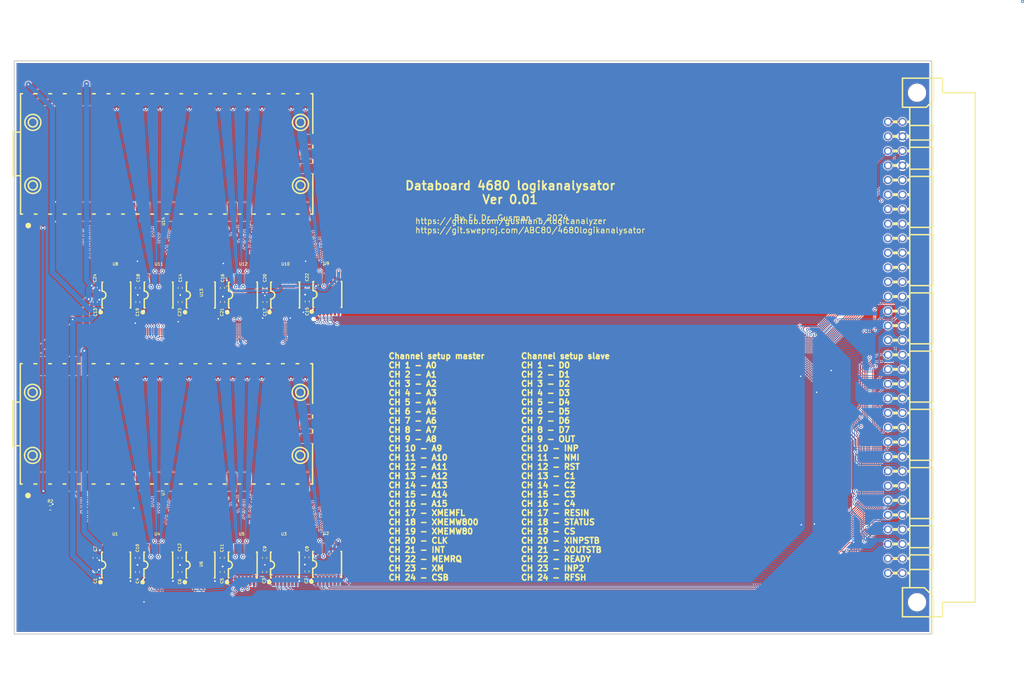
<source format=kicad_pcb>
(kicad_pcb
	(version 20241229)
	(generator "pcbnew")
	(generator_version "9.0")
	(general
		(thickness 1.509)
		(legacy_teardrops no)
	)
	(paper "A")
	(title_block
		(title "4680 LOGIC ANALYZER")
		(date "2025-08-14")
	)
	(layers
		(0 "F.Cu" signal)
		(4 "In1.Cu" signal)
		(6 "In2.Cu" signal)
		(2 "B.Cu" signal)
		(9 "F.Adhes" user "F.Adhesive")
		(11 "B.Adhes" user "B.Adhesive")
		(13 "F.Paste" user)
		(15 "B.Paste" user)
		(5 "F.SilkS" user "F.Silkscreen")
		(7 "B.SilkS" user "B.Silkscreen")
		(1 "F.Mask" user)
		(3 "B.Mask" user)
		(17 "Dwgs.User" user "User.Drawings")
		(19 "Cmts.User" user "User.Comments")
		(21 "Eco1.User" user "User.Eco1")
		(23 "Eco2.User" user "User.Eco2")
		(25 "Edge.Cuts" user)
		(27 "Margin" user)
		(31 "F.CrtYd" user "F.Courtyard")
		(29 "B.CrtYd" user "B.Courtyard")
		(35 "F.Fab" user)
		(33 "B.Fab" user)
		(39 "User.1" user "Board Edge")
	)
	(setup
		(stackup
			(layer "F.SilkS"
				(type "Top Silk Screen")
			)
			(layer "F.Paste"
				(type "Top Solder Paste")
			)
			(layer "F.Mask"
				(type "Top Solder Mask")
				(thickness 0.01)
			)
			(layer "F.Cu"
				(type "copper")
				(thickness 0.035)
			)
			(layer "dielectric 1"
				(type "core")
				(thickness 0.019)
				(material "unknown")
				(epsilon_r 3.9)
				(loss_tangent 0.02)
			)
			(layer "In1.Cu"
				(type "copper")
				(thickness 0.0175)
			)
			(layer "dielectric 2"
				(type "core")
				(thickness 0.1)
				(material "unknown")
				(epsilon_r 4.05)
				(loss_tangent 0.02)
			)
			(layer "In2.Cu"
				(type "copper")
				(thickness 0.0175)
			)
			(layer "dielectric 3"
				(type "core")
				(thickness 1.265)
				(material "unknown")
				(epsilon_r 4.26)
				(loss_tangent 0.02)
			)
			(layer "B.Cu"
				(type "copper")
				(thickness 0.035)
			)
			(layer "B.Mask"
				(type "Bottom Solder Mask")
				(thickness 0.01)
			)
			(layer "B.Paste"
				(type "Bottom Solder Paste")
			)
			(layer "B.SilkS"
				(type "Bottom Silk Screen")
			)
			(copper_finish "None")
			(dielectric_constraints no)
		)
		(pad_to_mask_clearance 0)
		(allow_soldermask_bridges_in_footprints no)
		(tenting front back)
		(pcbplotparams
			(layerselection 0x00000000_00000000_55555555_5555f5af)
			(plot_on_all_layers_selection 0x00000000_00000000_00000000_00000000)
			(disableapertmacros no)
			(usegerberextensions yes)
			(usegerberattributes no)
			(usegerberadvancedattributes no)
			(creategerberjobfile no)
			(dashed_line_dash_ratio 12.000000)
			(dashed_line_gap_ratio 3.000000)
			(svgprecision 6)
			(plotframeref no)
			(mode 1)
			(useauxorigin no)
			(hpglpennumber 1)
			(hpglpenspeed 20)
			(hpglpendiameter 15.000000)
			(pdf_front_fp_property_popups yes)
			(pdf_back_fp_property_popups yes)
			(pdf_metadata yes)
			(pdf_single_document no)
			(dxfpolygonmode yes)
			(dxfimperialunits yes)
			(dxfusepcbnewfont yes)
			(psnegative no)
			(psa4output no)
			(plot_black_and_white yes)
			(sketchpadsonfab no)
			(plotpadnumbers no)
			(hidednponfab no)
			(sketchdnponfab yes)
			(crossoutdnponfab yes)
			(subtractmaskfromsilk yes)
			(outputformat 1)
			(mirror no)
			(drillshape 0)
			(scaleselection 1)
			(outputdirectory "output/")
		)
	)
	(net 0 "")
	(net 1 "/~{MEMRQ}")
	(net 2 "/EXT_CHAIN")
	(net 3 "/~{INP2}")
	(net 4 "/~{RFSH}")
	(net 5 "/~{CSB}")
	(net 6 "/DOUT3")
	(net 7 "unconnected-(U1-NC1-Pad9)")
	(net 8 "/DOUT2")
	(net 9 "/DOUT1")
	(net 10 "unconnected-(U1-NC0-Pad6)")
	(net 11 "/DOUT4")
	(net 12 "unconnected-(U2-NC1-Pad9)")
	(net 13 "/DOUT16")
	(net 14 "unconnected-(U2-NC0-Pad6)")
	(net 15 "/DOUT15")
	(net 16 "/DOUT13")
	(net 17 "/DOUT14")
	(net 18 "/DOUT11")
	(net 19 "/DOUT10")
	(net 20 "/DOUT12")
	(net 21 "unconnected-(U3-NC0-Pad6)")
	(net 22 "unconnected-(U3-NC1-Pad9)")
	(net 23 "/DOUT9")
	(net 24 "/DOUT24")
	(net 25 "/DOUT21")
	(net 26 "unconnected-(U4-NC0-Pad6)")
	(net 27 "unconnected-(U4-NC1-Pad9)")
	(net 28 "/DOUT22")
	(net 29 "/DOUT23")
	(net 30 "/DOUT18")
	(net 31 "/DOUT17")
	(net 32 "unconnected-(U5-NC1-Pad9)")
	(net 33 "unconnected-(U5-NC0-Pad6)")
	(net 34 "/DOUT19")
	(net 35 "/DOUT20")
	(net 36 "/DOUT8")
	(net 37 "/DOUT5")
	(net 38 "unconnected-(U6-NC0-Pad6)")
	(net 39 "/DOUT7")
	(net 40 "unconnected-(U6-NC1-Pad9)")
	(net 41 "/DOUT6")
	(net 42 "unconnected-(U7-SWCLK-Pad41)")
	(net 43 "unconnected-(U7-VSYS-Pad39)")
	(net 44 "unconnected-(U7-GND5-Pad28)")
	(net 45 "unconnected-(U7-ADC_VREF-Pad35)")
	(net 46 "unconnected-(U7-RUN-Pad30)")
	(net 47 "unconnected-(U7-P_3V3_EN-Pad37)")
	(net 48 "unconnected-(U7-SWDIO-Pad43)")
	(net 49 "unconnected-(U7-GND8-Pad42)")
	(net 50 "unconnected-(U8-NC1-Pad9)")
	(net 51 "unconnected-(U8-NC0-Pad6)")
	(net 52 "unconnected-(U9-NC1-Pad9)")
	(net 53 "unconnected-(U9-NC0-Pad6)")
	(net 54 "unconnected-(U10-NC0-Pad6)")
	(net 55 "unconnected-(U10-NC1-Pad9)")
	(net 56 "unconnected-(U11-NC0-Pad6)")
	(net 57 "unconnected-(U11-NC1-Pad9)")
	(net 58 "unconnected-(U12-NC0-Pad6)")
	(net 59 "unconnected-(U12-NC1-Pad9)")
	(net 60 "unconnected-(U13-NC0-Pad6)")
	(net 61 "unconnected-(U13-NC1-Pad9)")
	(net 62 "unconnected-(U14-SWDIO-Pad43)")
	(net 63 "unconnected-(U14-VSYS-Pad39)")
	(net 64 "unconnected-(U14-GND8-Pad42)")
	(net 65 "unconnected-(U14-RUN-Pad30)")
	(net 66 "unconnected-(U14-SWCLK-Pad41)")
	(net 67 "unconnected-(U14-P_3V3_EN-Pad37)")
	(net 68 "unconnected-(U14-ADC_VREF-Pad35)")
	(net 69 "unconnected-(U14-GND5-Pad28)")
	(net 70 "GND")
	(net 71 "ABC_CLK_5")
	(net 72 "/A5")
	(net 73 "unconnected-(X1-GND-PadB6)")
	(net 74 "/~{XMEMFL}")
	(net 75 "/~{NMI}")
	(net 76 "/~{C4}")
	(net 77 "/~{RST}")
	(net 78 "unconnected-(X1-GND-PadB12)")
	(net 79 "/ABC_-12V")
	(net 80 "/~{STATUS}")
	(net 81 "/~{CS}")
	(net 82 "/~{RESIN}")
	(net 83 "/~{C3}")
	(net 84 "unconnected-(X1-GND-PadB7)")
	(net 85 "/A11")
	(net 86 "unconnected-(X1-GND-PadB9)")
	(net 87 "/A1")
	(net 88 "/~{XM}")
	(net 89 "/~{OUT}")
	(net 90 "/~{INP}")
	(net 91 "/A7")
	(net 92 "/A9")
	(net 93 "/~{XOUTSTB}")
	(net 94 "/A0")
	(net 95 "/A6")
	(net 96 "/A2")
	(net 97 "/A10")
	(net 98 "unconnected-(X1-GND-PadB10)")
	(net 99 "/D5")
	(net 100 "/D6")
	(net 101 "/~{C2}")
	(net 102 "unconnected-(X1-GND-PadB11)")
	(net 103 "/A15")
	(net 104 "/A12")
	(net 105 "/D4")
	(net 106 "/~{INT}")
	(net 107 "/D3")
	(net 108 "/ABC_12V")
	(net 109 "unconnected-(X1-GND-PadB8)")
	(net 110 "/READY")
	(net 111 "/A14")
	(net 112 "/D0")
	(net 113 "/~{XINPSTB}")
	(net 114 "/A8")
	(net 115 "/D7")
	(net 116 "/A4")
	(net 117 "/D2")
	(net 118 "/A3")
	(net 119 "/~{C1}")
	(net 120 "/A13")
	(net 121 "/D1")
	(net 122 "/~{XMEMW800}")
	(net 123 "/~{XMEMW80}")
	(net 124 "unconnected-(X1-0V-PadB2)")
	(net 125 "/2POWER_3v3")
	(net 126 "/2POWER_5v")
	(net 127 "/2DOUT2")
	(net 128 "/2DOUT4")
	(net 129 "/2DOUT3")
	(net 130 "/2DOUT1")
	(net 131 "/2DOUT8")
	(net 132 "/2DOUT7")
	(net 133 "/2DOUT5")
	(net 134 "/2DOUT6")
	(net 135 "/2DOUT24")
	(net 136 "/2DOUT19")
	(net 137 "/2DOUT9")
	(net 138 "/2DOUT20")
	(net 139 "/2DOUT23")
	(net 140 "/2DOUT16")
	(net 141 "/2DOUT14")
	(net 142 "/2DOUT10")
	(net 143 "/2DOUT15")
	(net 144 "/2DOUT17")
	(net 145 "/2DOUT18")
	(net 146 "/2DOUT13")
	(net 147 "/2DOUT11")
	(net 148 "/2DOUT21")
	(net 149 "/2DOUT12")
	(net 150 "/2DOUT22")
	(footprint "jitx-design:TSSOP_14_L5_0_W4_4_P0_65_LS6_4_BL_2" (layer "F.Cu") (at 42.763579 129.95))
	(footprint "Capacitor_SMD:C_0402_1005Metric" (layer "F.Cu") (at 53.936191 84.072292 -90))
	(footprint "Resistor_SMD:R_0402_1005Metric" (layer "F.Cu") (at 31.274756 119.995317))
	(footprint "jitx-design:TSSOP_14_L5_0_W4_4_P0_65_LS6_4_BL_2" (layer "F.Cu") (at 72.261107 82.848264))
	(footprint "Capacitor_SMD:C_0402_1005Metric" (layer "F.Cu") (at 61.325041 84.072292 -90))
	(footprint "Capacitor_SMD:C_0402_1005Metric" (layer "F.Cu") (at 68.666769 128.71066 90))
	(footprint "jitx-design:TSSOP_14_L5_0_W4_4_P0_65_LS6_4_BL_2" (layer "F.Cu") (at 64.851932 129.95))
	(footprint "sm6uax:MAB64B" (layer "F.Cu") (at 182.5021 92))
	(footprint "Capacitor_SMD:C_0402_1005Metric" (layer "F.Cu") (at 46.544422 81.608924 90))
	(footprint "jitx-design:TSSOP_14_L5_0_W4_4_P0_65_LS6_4_BL_2" (layer "F.Cu") (at 50.126363 129.95))
	(footprint "jitx-design:TSSOP_14_L5_0_W4_4_P0_65_LS6_4_BL_2" (layer "F.Cu") (at 57.489148 129.95))
	(footprint "jitx-design:COMM_SMD_L51_0_W21_0_P2_54_SC0916" (layer "F.Cu") (at 50.961371 105.327441))
	(footprint "jitx-design:TSSOP_14_L5_0_W4_4_P0_65_LS6_4_BL_2" (layer "F.Cu") (at 50.172754 82.848264))
	(footprint "Capacitor_SMD:C_0402_1005Metric" (layer "F.Cu") (at 76.056349 131.074028 -90))
	(footprint "jitx-design:TSSOP_14_L5_0_W4_4_P0_65_LS6_4_BL_2"
		(layer "F.Cu")
		(uuid "4d7c287c-a6d4-c12b-f88b-c1bcb3e47fb3")
		(at 72.214716 129.95)
		(property "Reference" "U3"
			(at -0.75 -5.4066 0)
			(layer "F.SilkS")
			(uuid "8d2d462d-079c-4cba-a849-c36e7358b4d8")
			(effects
				(font
					(size 0.5 0.5)
					(thickness 0.1)
				)
				(justify left)
			)
		)
		(property "Value" "TXU0104PWR"
			(at -0.75 -4.4066 0)
			(layer "F.Fab")
			(uuid "75d5e2d7-58a1-434c-b268-963f42755c35")
			(effects
				(font
					(size 0.5 0.5)
					(thickness 0.1)
				)
				(justify left)
			)
		)
		(property "Datasheet" "https://www.ti.com/cn/lit/gpn/txu0104"
			(at 0 0 0)
			(layer "F.Fab")
			(hide yes)
			(uuid "dd25ed60-fffc-40ac-95be-c609cc72e655")
			(effects
				(font
					(size 1.27 1.27)
					(thickness 0.15)
				)
			)
		)
		(property "Description" "1.08V~5.5V 4 200Mbps 1.08V~5.5V TSSOP-14  Translators / Level Shifters ROHS"
			(at 0 0 0)
			(layer "F.Fab")
			(hide yes)
			(uuid "312557da-e556-4420-b363-6561d570649f")
			(effects
				(font
					(size 1.27 1.27)
					(thickness 0.15)
				)
			)
		)
		(property "Name" "shifter"
			(at 0 0 0)
			(unlocked yes)
			(layer "F.Fab")
			(hide yes)
			(uuid "10edbbdc-f106-454d-b63d-121414f2b44c")
			(effects
				(font
					(size 1 1)
					(thickness 0.15)
				)
			)
		)
		(property "Manufacturer" "Texas Instruments"
			(at 0 0 0)
			(unlocked yes)
			(layer "F.Fab")
			(hide yes)
			(uuid "9502f9d0-0dbd-4c1c-8f6a-8b05b323aa0a")
			(effects
				(font
					(size 1 1)
					(thickness 0.15)
				)
			)
		)
		(property "MPN" "TXU0104PWR"
			(at 0 0 0)
			(unlocked yes)
			(layer "F.Fab")
			(hide yes)
			(uuid "85a2e21a-14a1-4bec-a2fd-1d032d25712e")
			(effects
				(font
					(size 1 1)
					(thickness 0.15)
				)
			)
		)
		(property "Reference-prefix" "U"
			(at 0 0 0)
			(unlocked yes)
			(layer "F.Fab")
			(hide yes)
			(uuid "53d6b806-d33e-4192-be11-17b7721cbb2e")
			(effects
				(font
					(size 1 1)
					(thickness 0.15)
				)
			)
		)
		(path "/1272a3ec-f974-e11d-d626-a03c52ee7386")
		(sheetname "/")
		(sheetfile "4680logicanalyzer.kicad_sch")
		(fp_line
			(start -2.5075 -1.6)
			(end -2.5075 -2.25)
			(stroke
				(width 0.254)
				(type solid)
			)
			(layer "F.SilkS")
			(uuid "05136522-bb8c-497d-b249-30211afcc823")
		)
		(fp_line
			(start -2.5075 -0.685)
			(end -2.5075 -1.6)
			(stroke
				(width 0.254)
				(type solid)
			)
			(layer "F.SilkS")
			(uuid "75d0e11e-bbe3-4e75-8576-5f2e3ac941b7")
		)
		(fp_line
			(start -2.5075 1.601)
			(end -2.5075 0.686)
			(stroke
				(width 0.254)
				(type solid)
			)
			(layer "F.SilkS")
			(uuid "3c5ec987-dbcb-4c12-be01-efabe30a2939")
		)
		(fp_line
			(start -2.5075 1.601)
			(end -2.5075 2.25)
			(stroke
				(width 0.254)
				(type solid)
			)
			(layer "F.SilkS")
			(uuid "7a1a1560-1277-48e2-8961-065fd95c55a6")
		)
		(fp_line
			(start -2.4925 -2.25)
			(end -2.3775 -2.25)
			(stroke
				(width 0.254)
				(type solid)
			)
			(layer "F.SilkS")
			(uuid "0259c5ed-0136-4a50-b2ab-ebd6a0abf828")
		)
		(fp_line
			(start -2.3775 2.25)
			(end -2.4925 2.25)
			(stroke
				(width 0.254)
				(type solid)
			)
			(layer "F.SilkS")
			(uuid "051759cb-bb11-4b7b-b55b-b49dad4dcb26")
		)
		(fp_line
			(start 2.3915 -2.25)
			(end 2.5075 -2.25)
			(stroke
				(width 0.254)
				(type solid)
			)
			(layer "F.SilkS")
			(uuid "fd26c47b-5230-46e0-857d-a93e90684f22")
		)
		(fp_line
			(start 2.5075 -2.25)
			(end 2.5075 2.25)
			(stroke
				(width 0.254)
				(type solid)
			)
			(layer "F.SilkS")
			(uuid "6ba7b099-ce1e-4539-b55a-67e5b390455c")
		)
		(fp_line
			(start 2.5075 2.25)
			(end 2.3915 2.25)
			(stroke
				(width 0.254)
				(type solid)
			)
			(layer "F.SilkS")
			(uuid "edec4e83-67a6-43c5-a0ab-384b65101370")
		)
		(fp_arc
			(start -2.5425 3)
			(mid -2.9425 3)
			(end -2.5425 3)
			(stroke
				(width 0.4)
				(type solid)
			)
			(layer "F.SilkS")
			(uuid "1d5fed43-b253-4db7-922a-af914a0fdc7e")
		)
		(fp_arc
			(start -2.5075 -0.686)
			(mid -1.8215 0)
			(end -2.5075 0.686)
			(stroke
				(width 0.254)
				(type solid)
			)
			(layer "F.SilkS")
			(uuid "e291acb3-151f-41df-9366-e39600df1f19")
		)
		(fp_line
			(start -2.6345 -3.701)
			(end -2.6345 3.701)
			(stroke
				(width 0.05)
				(type solid)
			)
			(layer "F.CrtYd")
			(uuid "4fc876d6-e548-4b52-837f-13ec04670b4e")
		)
		(fp_line
			(start -2.6345 3.701)
			(end 2.6345 3.701)
			(stroke
				(width 0.05)
				(type solid)
			)
			(layer "F.CrtYd")
			(uuid "51b12bbb-82bc-4ae9-8244-270edb60b1f1")
		)
		(fp_line
			(start 2.6345 -3.701)
			(end -2.6345 -3.701)
			(stroke
				(width 0.05)
				(type solid)
			)
			(layer "F.CrtYd")
			(uuid "5d756a93-0722-4b67-8aa6-4ac06a6570aa")
		)
		(fp_line
			(start 2.6345 3.701)
			(end 2.6345 -3.701)
			(stroke
				(width 0.05)
				(type solid)
			)
			(layer "F.CrtYd")
			(uuid "28270582-93d5-4e8c-8c58-a053980aee56")
		)
		(fp_arc
			(start -2.4625 3.2)
			(mid -2.5225 3.2)
			(end -2.4625 3.2)
			(stroke
				(width 0.06)
				(type solid)
			)
			(layer "F.Fab")
			(uuid "77dba13d-9db3-4d17-8e07-6970dd600b89")
		)
		(fp_arc
			(start -1.8065 3.662)
			(mid -2.1065 3.662)
			(end -1.8065 3.662)
			(stroke
				(width 0.3)
				(type solid)
			)
			(layer "F.Fab")
			(uuid "b846fbe8-8e54-4696-a086-a0252c383034")
		)
		(pad "1" smd rect
			(at -1.9425 2.8)
			(size 0.4 1.7)
			(layers "F.Cu" "F.Mask" "F.Paste")
			(net 126 "/2POWER_5v")
			(pinfunction "VCCA")
			(pintype "unspecified")
			(solder_mask_margin 0.051)
			(solder_paste_margin 0.051)
			(uuid "9202a300-7f98-e44f-16ac-92965c74aa32")
		)
		(pad "2" smd rect
			(at -1.2925 2.8)
			(size 0.4 1.7)
			(layers "F.Cu" "F.Mask" "F.Paste")
			(net 114 "/A8")
			(pinfunction "A1")
			(pintype "unspecified")
			(solder_mask_margin 0.051)
			(solder_paste_margin 0.051)
			(uuid "57037787-ebd2-f206-a386-6f7e8d8d3faa")
		)
		(pad "3" smd rect
			(at -0.6425 2.8)
			(size 0.4 1.7)
			(layers "F.Cu" "F.Mask" "F.Paste")
			(net 92 "/A9")
			(pinfunction "A2")
			(pintype "unspecifie
... [2244736 chars truncated]
</source>
